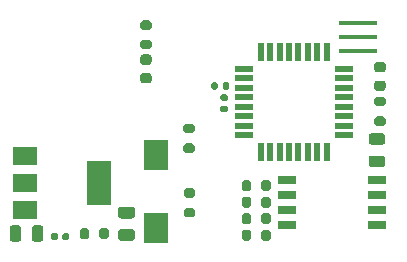
<source format=gbr>
%TF.GenerationSoftware,KiCad,Pcbnew,(5.1.7)-1*%
%TF.CreationDate,2021-02-02T18:20:17+09:00*%
%TF.ProjectId,canboard,63616e62-6f61-4726-942e-6b696361645f,rev?*%
%TF.SameCoordinates,Original*%
%TF.FileFunction,Paste,Top*%
%TF.FilePolarity,Positive*%
%FSLAX46Y46*%
G04 Gerber Fmt 4.6, Leading zero omitted, Abs format (unit mm)*
G04 Created by KiCad (PCBNEW (5.1.7)-1) date 2021-02-02 18:20:17*
%MOMM*%
%LPD*%
G01*
G04 APERTURE LIST*
%ADD10R,3.200000X0.400000*%
%ADD11R,2.000000X1.500000*%
%ADD12R,2.000000X3.800000*%
%ADD13R,0.550000X1.600000*%
%ADD14R,1.600000X0.550000*%
%ADD15R,1.600000X0.760000*%
%ADD16R,2.000000X2.500000*%
G04 APERTURE END LIST*
%TO.C,D3*%
G36*
G01*
X242748750Y-44186500D02*
X243661250Y-44186500D01*
G75*
G02*
X243905000Y-44430250I0J-243750D01*
G01*
X243905000Y-44917750D01*
G75*
G02*
X243661250Y-45161500I-243750J0D01*
G01*
X242748750Y-45161500D01*
G75*
G02*
X242505000Y-44917750I0J243750D01*
G01*
X242505000Y-44430250D01*
G75*
G02*
X242748750Y-44186500I243750J0D01*
G01*
G37*
G36*
G01*
X242748750Y-42311500D02*
X243661250Y-42311500D01*
G75*
G02*
X243905000Y-42555250I0J-243750D01*
G01*
X243905000Y-43042750D01*
G75*
G02*
X243661250Y-43286500I-243750J0D01*
G01*
X242748750Y-43286500D01*
G75*
G02*
X242505000Y-43042750I0J243750D01*
G01*
X242505000Y-42555250D01*
G75*
G02*
X242748750Y-42311500I243750J0D01*
G01*
G37*
%TD*%
%TO.C,D2*%
G36*
G01*
X213985500Y-51256250D02*
X213985500Y-50343750D01*
G75*
G02*
X214229250Y-50100000I243750J0D01*
G01*
X214716750Y-50100000D01*
G75*
G02*
X214960500Y-50343750I0J-243750D01*
G01*
X214960500Y-51256250D01*
G75*
G02*
X214716750Y-51500000I-243750J0D01*
G01*
X214229250Y-51500000D01*
G75*
G02*
X213985500Y-51256250I0J243750D01*
G01*
G37*
G36*
G01*
X212110500Y-51256250D02*
X212110500Y-50343750D01*
G75*
G02*
X212354250Y-50100000I243750J0D01*
G01*
X212841750Y-50100000D01*
G75*
G02*
X213085500Y-50343750I0J-243750D01*
G01*
X213085500Y-51256250D01*
G75*
G02*
X212841750Y-51500000I-243750J0D01*
G01*
X212354250Y-51500000D01*
G75*
G02*
X212110500Y-51256250I0J243750D01*
G01*
G37*
%TD*%
D10*
%TO.C,Y1*%
X241635000Y-35363000D03*
X241635000Y-34163000D03*
X241635000Y-32963000D03*
%TD*%
D11*
%TO.C,U2*%
X213385000Y-44196000D03*
X213385000Y-48796000D03*
X213385000Y-46496000D03*
D12*
X219685000Y-46496000D03*
%TD*%
D13*
%TO.C,U1*%
X238961000Y-43906000D03*
X238161000Y-43906000D03*
X237361000Y-43906000D03*
X236561000Y-43906000D03*
X235761000Y-43906000D03*
X234961000Y-43906000D03*
X234161000Y-43906000D03*
X233361000Y-43906000D03*
D14*
X231911000Y-42456000D03*
X231911000Y-41656000D03*
X231911000Y-40856000D03*
X231911000Y-40056000D03*
X231911000Y-39256000D03*
X231911000Y-38456000D03*
X231911000Y-37656000D03*
X231911000Y-36856000D03*
D13*
X233361000Y-35406000D03*
X234161000Y-35406000D03*
X234961000Y-35406000D03*
X235761000Y-35406000D03*
X236561000Y-35406000D03*
X237361000Y-35406000D03*
X238161000Y-35406000D03*
X238961000Y-35406000D03*
D14*
X240411000Y-36856000D03*
X240411000Y-37656000D03*
X240411000Y-38456000D03*
X240411000Y-39256000D03*
X240411000Y-40056000D03*
X240411000Y-40856000D03*
X240411000Y-41656000D03*
X240411000Y-42456000D03*
%TD*%
D15*
%TO.C,SW2*%
X243205000Y-46228000D03*
X235585000Y-50038000D03*
X243205000Y-47498000D03*
X235585000Y-48768000D03*
X243205000Y-48768000D03*
X235585000Y-47498000D03*
X243205000Y-50038000D03*
X235585000Y-46228000D03*
%TD*%
D16*
%TO.C,SW1*%
X224536000Y-50292000D03*
X224536000Y-44132000D03*
%TD*%
%TO.C,R19*%
G36*
G01*
X223372000Y-34397000D02*
X223922000Y-34397000D01*
G75*
G02*
X224122000Y-34597000I0J-200000D01*
G01*
X224122000Y-34997000D01*
G75*
G02*
X223922000Y-35197000I-200000J0D01*
G01*
X223372000Y-35197000D01*
G75*
G02*
X223172000Y-34997000I0J200000D01*
G01*
X223172000Y-34597000D01*
G75*
G02*
X223372000Y-34397000I200000J0D01*
G01*
G37*
G36*
G01*
X223372000Y-32747000D02*
X223922000Y-32747000D01*
G75*
G02*
X224122000Y-32947000I0J-200000D01*
G01*
X224122000Y-33347000D01*
G75*
G02*
X223922000Y-33547000I-200000J0D01*
G01*
X223372000Y-33547000D01*
G75*
G02*
X223172000Y-33347000I0J200000D01*
G01*
X223172000Y-32947000D01*
G75*
G02*
X223372000Y-32747000I200000J0D01*
G01*
G37*
%TD*%
%TO.C,R18*%
G36*
G01*
X227605000Y-49421000D02*
X227055000Y-49421000D01*
G75*
G02*
X226855000Y-49221000I0J200000D01*
G01*
X226855000Y-48821000D01*
G75*
G02*
X227055000Y-48621000I200000J0D01*
G01*
X227605000Y-48621000D01*
G75*
G02*
X227805000Y-48821000I0J-200000D01*
G01*
X227805000Y-49221000D01*
G75*
G02*
X227605000Y-49421000I-200000J0D01*
G01*
G37*
G36*
G01*
X227605000Y-47771000D02*
X227055000Y-47771000D01*
G75*
G02*
X226855000Y-47571000I0J200000D01*
G01*
X226855000Y-47171000D01*
G75*
G02*
X227055000Y-46971000I200000J0D01*
G01*
X227605000Y-46971000D01*
G75*
G02*
X227805000Y-47171000I0J-200000D01*
G01*
X227805000Y-47571000D01*
G75*
G02*
X227605000Y-47771000I-200000J0D01*
G01*
G37*
%TD*%
%TO.C,R17*%
G36*
G01*
X218840000Y-50525000D02*
X218840000Y-51075000D01*
G75*
G02*
X218640000Y-51275000I-200000J0D01*
G01*
X218240000Y-51275000D01*
G75*
G02*
X218040000Y-51075000I0J200000D01*
G01*
X218040000Y-50525000D01*
G75*
G02*
X218240000Y-50325000I200000J0D01*
G01*
X218640000Y-50325000D01*
G75*
G02*
X218840000Y-50525000I0J-200000D01*
G01*
G37*
G36*
G01*
X220490000Y-50525000D02*
X220490000Y-51075000D01*
G75*
G02*
X220290000Y-51275000I-200000J0D01*
G01*
X219890000Y-51275000D01*
G75*
G02*
X219690000Y-51075000I0J200000D01*
G01*
X219690000Y-50525000D01*
G75*
G02*
X219890000Y-50325000I200000J0D01*
G01*
X220290000Y-50325000D01*
G75*
G02*
X220490000Y-50525000I0J-200000D01*
G01*
G37*
%TD*%
%TO.C,R15*%
G36*
G01*
X231757000Y-51202000D02*
X231757000Y-50652000D01*
G75*
G02*
X231957000Y-50452000I200000J0D01*
G01*
X232357000Y-50452000D01*
G75*
G02*
X232557000Y-50652000I0J-200000D01*
G01*
X232557000Y-51202000D01*
G75*
G02*
X232357000Y-51402000I-200000J0D01*
G01*
X231957000Y-51402000D01*
G75*
G02*
X231757000Y-51202000I0J200000D01*
G01*
G37*
G36*
G01*
X233407000Y-51202000D02*
X233407000Y-50652000D01*
G75*
G02*
X233607000Y-50452000I200000J0D01*
G01*
X234007000Y-50452000D01*
G75*
G02*
X234207000Y-50652000I0J-200000D01*
G01*
X234207000Y-51202000D01*
G75*
G02*
X234007000Y-51402000I-200000J0D01*
G01*
X233607000Y-51402000D01*
G75*
G02*
X233407000Y-51202000I0J200000D01*
G01*
G37*
%TD*%
%TO.C,R14*%
G36*
G01*
X231757000Y-49805000D02*
X231757000Y-49255000D01*
G75*
G02*
X231957000Y-49055000I200000J0D01*
G01*
X232357000Y-49055000D01*
G75*
G02*
X232557000Y-49255000I0J-200000D01*
G01*
X232557000Y-49805000D01*
G75*
G02*
X232357000Y-50005000I-200000J0D01*
G01*
X231957000Y-50005000D01*
G75*
G02*
X231757000Y-49805000I0J200000D01*
G01*
G37*
G36*
G01*
X233407000Y-49805000D02*
X233407000Y-49255000D01*
G75*
G02*
X233607000Y-49055000I200000J0D01*
G01*
X234007000Y-49055000D01*
G75*
G02*
X234207000Y-49255000I0J-200000D01*
G01*
X234207000Y-49805000D01*
G75*
G02*
X234007000Y-50005000I-200000J0D01*
G01*
X233607000Y-50005000D01*
G75*
G02*
X233407000Y-49805000I0J200000D01*
G01*
G37*
%TD*%
%TO.C,R13*%
G36*
G01*
X233419700Y-48408000D02*
X233419700Y-47858000D01*
G75*
G02*
X233619700Y-47658000I200000J0D01*
G01*
X234019700Y-47658000D01*
G75*
G02*
X234219700Y-47858000I0J-200000D01*
G01*
X234219700Y-48408000D01*
G75*
G02*
X234019700Y-48608000I-200000J0D01*
G01*
X233619700Y-48608000D01*
G75*
G02*
X233419700Y-48408000I0J200000D01*
G01*
G37*
G36*
G01*
X231769700Y-48408000D02*
X231769700Y-47858000D01*
G75*
G02*
X231969700Y-47658000I200000J0D01*
G01*
X232369700Y-47658000D01*
G75*
G02*
X232569700Y-47858000I0J-200000D01*
G01*
X232569700Y-48408000D01*
G75*
G02*
X232369700Y-48608000I-200000J0D01*
G01*
X231969700Y-48608000D01*
G75*
G02*
X231769700Y-48408000I0J200000D01*
G01*
G37*
%TD*%
%TO.C,R12*%
G36*
G01*
X231757000Y-47011000D02*
X231757000Y-46461000D01*
G75*
G02*
X231957000Y-46261000I200000J0D01*
G01*
X232357000Y-46261000D01*
G75*
G02*
X232557000Y-46461000I0J-200000D01*
G01*
X232557000Y-47011000D01*
G75*
G02*
X232357000Y-47211000I-200000J0D01*
G01*
X231957000Y-47211000D01*
G75*
G02*
X231757000Y-47011000I0J200000D01*
G01*
G37*
G36*
G01*
X233407000Y-47011000D02*
X233407000Y-46461000D01*
G75*
G02*
X233607000Y-46261000I200000J0D01*
G01*
X234007000Y-46261000D01*
G75*
G02*
X234207000Y-46461000I0J-200000D01*
G01*
X234207000Y-47011000D01*
G75*
G02*
X234007000Y-47211000I-200000J0D01*
G01*
X233607000Y-47211000D01*
G75*
G02*
X233407000Y-47011000I0J200000D01*
G01*
G37*
%TD*%
%TO.C,R2*%
G36*
G01*
X243734000Y-40024000D02*
X243184000Y-40024000D01*
G75*
G02*
X242984000Y-39824000I0J200000D01*
G01*
X242984000Y-39424000D01*
G75*
G02*
X243184000Y-39224000I200000J0D01*
G01*
X243734000Y-39224000D01*
G75*
G02*
X243934000Y-39424000I0J-200000D01*
G01*
X243934000Y-39824000D01*
G75*
G02*
X243734000Y-40024000I-200000J0D01*
G01*
G37*
G36*
G01*
X243734000Y-41674000D02*
X243184000Y-41674000D01*
G75*
G02*
X242984000Y-41474000I0J200000D01*
G01*
X242984000Y-41074000D01*
G75*
G02*
X243184000Y-40874000I200000J0D01*
G01*
X243734000Y-40874000D01*
G75*
G02*
X243934000Y-41074000I0J-200000D01*
G01*
X243934000Y-41474000D01*
G75*
G02*
X243734000Y-41674000I-200000J0D01*
G01*
G37*
%TD*%
%TO.C,R1*%
G36*
G01*
X227009000Y-43160000D02*
X227559000Y-43160000D01*
G75*
G02*
X227759000Y-43360000I0J-200000D01*
G01*
X227759000Y-43760000D01*
G75*
G02*
X227559000Y-43960000I-200000J0D01*
G01*
X227009000Y-43960000D01*
G75*
G02*
X226809000Y-43760000I0J200000D01*
G01*
X226809000Y-43360000D01*
G75*
G02*
X227009000Y-43160000I200000J0D01*
G01*
G37*
G36*
G01*
X227009000Y-41510000D02*
X227559000Y-41510000D01*
G75*
G02*
X227759000Y-41710000I0J-200000D01*
G01*
X227759000Y-42110000D01*
G75*
G02*
X227559000Y-42310000I-200000J0D01*
G01*
X227009000Y-42310000D01*
G75*
G02*
X226809000Y-42110000I0J200000D01*
G01*
X226809000Y-41710000D01*
G75*
G02*
X227009000Y-41510000I200000J0D01*
G01*
G37*
%TD*%
%TO.C,D4*%
G36*
G01*
X223903250Y-36505500D02*
X223390750Y-36505500D01*
G75*
G02*
X223172000Y-36286750I0J218750D01*
G01*
X223172000Y-35849250D01*
G75*
G02*
X223390750Y-35630500I218750J0D01*
G01*
X223903250Y-35630500D01*
G75*
G02*
X224122000Y-35849250I0J-218750D01*
G01*
X224122000Y-36286750D01*
G75*
G02*
X223903250Y-36505500I-218750J0D01*
G01*
G37*
G36*
G01*
X223903250Y-38080500D02*
X223390750Y-38080500D01*
G75*
G02*
X223172000Y-37861750I0J218750D01*
G01*
X223172000Y-37424250D01*
G75*
G02*
X223390750Y-37205500I218750J0D01*
G01*
X223903250Y-37205500D01*
G75*
G02*
X224122000Y-37424250I0J-218750D01*
G01*
X224122000Y-37861750D01*
G75*
G02*
X223903250Y-38080500I-218750J0D01*
G01*
G37*
%TD*%
%TO.C,D1*%
G36*
G01*
X243202750Y-37840500D02*
X243715250Y-37840500D01*
G75*
G02*
X243934000Y-38059250I0J-218750D01*
G01*
X243934000Y-38496750D01*
G75*
G02*
X243715250Y-38715500I-218750J0D01*
G01*
X243202750Y-38715500D01*
G75*
G02*
X242984000Y-38496750I0J218750D01*
G01*
X242984000Y-38059250D01*
G75*
G02*
X243202750Y-37840500I218750J0D01*
G01*
G37*
G36*
G01*
X243202750Y-36265500D02*
X243715250Y-36265500D01*
G75*
G02*
X243934000Y-36484250I0J-218750D01*
G01*
X243934000Y-36921750D01*
G75*
G02*
X243715250Y-37140500I-218750J0D01*
G01*
X243202750Y-37140500D01*
G75*
G02*
X242984000Y-36921750I0J218750D01*
G01*
X242984000Y-36484250D01*
G75*
G02*
X243202750Y-36265500I218750J0D01*
G01*
G37*
%TD*%
%TO.C,C9*%
G36*
G01*
X221521000Y-50422000D02*
X222471000Y-50422000D01*
G75*
G02*
X222721000Y-50672000I0J-250000D01*
G01*
X222721000Y-51172000D01*
G75*
G02*
X222471000Y-51422000I-250000J0D01*
G01*
X221521000Y-51422000D01*
G75*
G02*
X221271000Y-51172000I0J250000D01*
G01*
X221271000Y-50672000D01*
G75*
G02*
X221521000Y-50422000I250000J0D01*
G01*
G37*
G36*
G01*
X221521000Y-48522000D02*
X222471000Y-48522000D01*
G75*
G02*
X222721000Y-48772000I0J-250000D01*
G01*
X222721000Y-49272000D01*
G75*
G02*
X222471000Y-49522000I-250000J0D01*
G01*
X221521000Y-49522000D01*
G75*
G02*
X221271000Y-49272000I0J250000D01*
G01*
X221271000Y-48772000D01*
G75*
G02*
X221521000Y-48522000I250000J0D01*
G01*
G37*
%TD*%
%TO.C,C4*%
G36*
G01*
X216180000Y-50884000D02*
X216180000Y-51224000D01*
G75*
G02*
X216040000Y-51364000I-140000J0D01*
G01*
X215760000Y-51364000D01*
G75*
G02*
X215620000Y-51224000I0J140000D01*
G01*
X215620000Y-50884000D01*
G75*
G02*
X215760000Y-50744000I140000J0D01*
G01*
X216040000Y-50744000D01*
G75*
G02*
X216180000Y-50884000I0J-140000D01*
G01*
G37*
G36*
G01*
X217140000Y-50884000D02*
X217140000Y-51224000D01*
G75*
G02*
X217000000Y-51364000I-140000J0D01*
G01*
X216720000Y-51364000D01*
G75*
G02*
X216580000Y-51224000I0J140000D01*
G01*
X216580000Y-50884000D01*
G75*
G02*
X216720000Y-50744000I140000J0D01*
G01*
X217000000Y-50744000D01*
G75*
G02*
X217140000Y-50884000I0J-140000D01*
G01*
G37*
%TD*%
%TO.C,C2*%
G36*
G01*
X229736100Y-38120500D02*
X229736100Y-38460500D01*
G75*
G02*
X229596100Y-38600500I-140000J0D01*
G01*
X229316100Y-38600500D01*
G75*
G02*
X229176100Y-38460500I0J140000D01*
G01*
X229176100Y-38120500D01*
G75*
G02*
X229316100Y-37980500I140000J0D01*
G01*
X229596100Y-37980500D01*
G75*
G02*
X229736100Y-38120500I0J-140000D01*
G01*
G37*
G36*
G01*
X230696100Y-38120500D02*
X230696100Y-38460500D01*
G75*
G02*
X230556100Y-38600500I-140000J0D01*
G01*
X230276100Y-38600500D01*
G75*
G02*
X230136100Y-38460500I0J140000D01*
G01*
X230136100Y-38120500D01*
G75*
G02*
X230276100Y-37980500I140000J0D01*
G01*
X230556100Y-37980500D01*
G75*
G02*
X230696100Y-38120500I0J-140000D01*
G01*
G37*
%TD*%
%TO.C,C1*%
G36*
G01*
X230093700Y-39963700D02*
X230433700Y-39963700D01*
G75*
G02*
X230573700Y-40103700I0J-140000D01*
G01*
X230573700Y-40383700D01*
G75*
G02*
X230433700Y-40523700I-140000J0D01*
G01*
X230093700Y-40523700D01*
G75*
G02*
X229953700Y-40383700I0J140000D01*
G01*
X229953700Y-40103700D01*
G75*
G02*
X230093700Y-39963700I140000J0D01*
G01*
G37*
G36*
G01*
X230093700Y-39003700D02*
X230433700Y-39003700D01*
G75*
G02*
X230573700Y-39143700I0J-140000D01*
G01*
X230573700Y-39423700D01*
G75*
G02*
X230433700Y-39563700I-140000J0D01*
G01*
X230093700Y-39563700D01*
G75*
G02*
X229953700Y-39423700I0J140000D01*
G01*
X229953700Y-39143700D01*
G75*
G02*
X230093700Y-39003700I140000J0D01*
G01*
G37*
%TD*%
M02*

</source>
